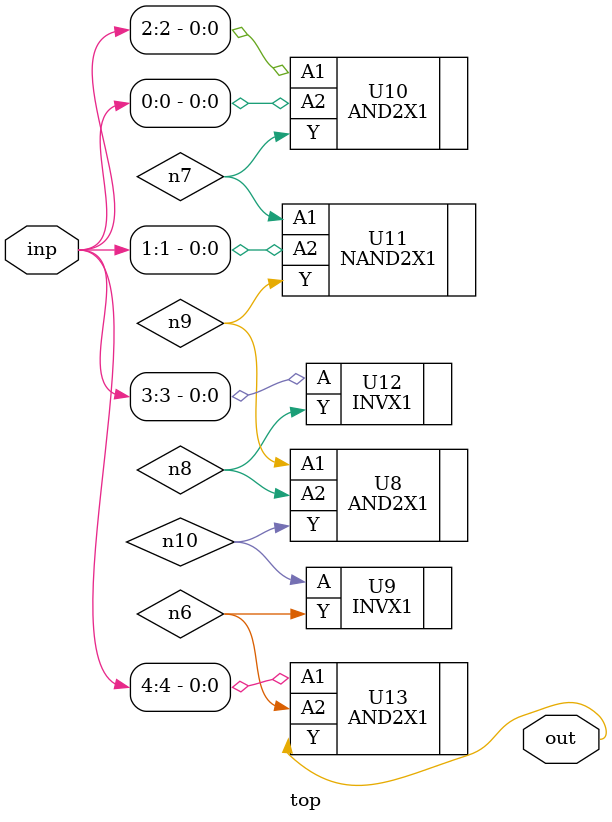
<source format=sv>


module top ( inp, out );
  input [4:0] inp;
  output out;
  wire   n6, n7, n8, n9, n10;

  AND2X1 U8 ( .A1(n9), .A2(n8), .Y(n10) );
  INVX1 U9 ( .A(n10), .Y(n6) );
  AND2X1 U10 ( .A1(inp[2]), .A2(inp[0]), .Y(n7) );
  NAND2X1 U11 ( .A1(n7), .A2(inp[1]), .Y(n9) );
  INVX1 U12 ( .A(inp[3]), .Y(n8) );
  AND2X1 U13 ( .A1(inp[4]), .A2(n6), .Y(out) );
endmodule


</source>
